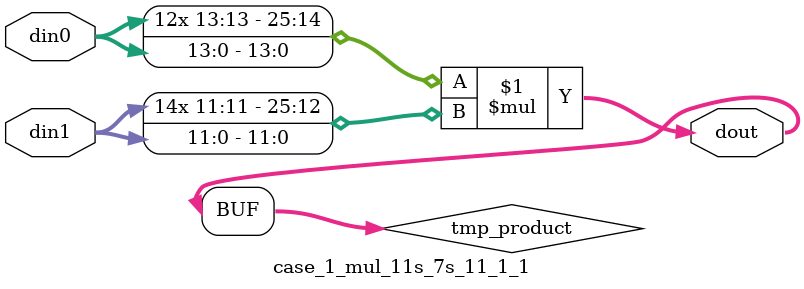
<source format=v>

`timescale 1 ns / 1 ps

 module case_1_mul_11s_7s_11_1_1(din0, din1, dout);
parameter ID = 1;
parameter NUM_STAGE = 0;
parameter din0_WIDTH = 14;
parameter din1_WIDTH = 12;
parameter dout_WIDTH = 26;

input [din0_WIDTH - 1 : 0] din0; 
input [din1_WIDTH - 1 : 0] din1; 
output [dout_WIDTH - 1 : 0] dout;

wire signed [dout_WIDTH - 1 : 0] tmp_product;



























assign tmp_product = $signed(din0) * $signed(din1);








assign dout = tmp_product;





















endmodule

</source>
